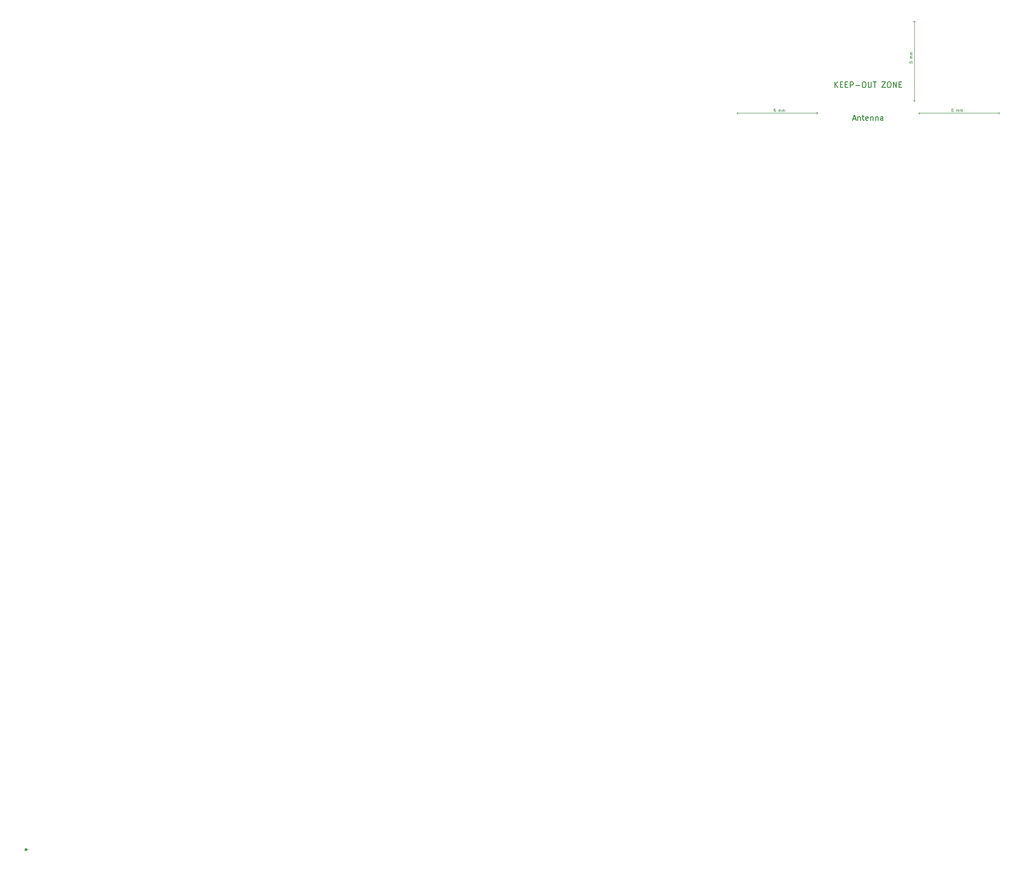
<source format=gbr>
%TF.GenerationSoftware,KiCad,Pcbnew,7.0.9*%
%TF.CreationDate,2024-01-05T23:33:25+01:00*%
%TF.ProjectId,ws2812-clock,77733238-3132-42d6-936c-6f636b2e6b69,rev?*%
%TF.SameCoordinates,Original*%
%TF.FileFunction,Other,Comment*%
%FSLAX46Y46*%
G04 Gerber Fmt 4.6, Leading zero omitted, Abs format (unit mm)*
G04 Created by KiCad (PCBNEW 7.0.9) date 2024-01-05 23:33:25*
%MOMM*%
%LPD*%
G01*
G04 APERTURE LIST*
%ADD10C,0.100000*%
%ADD11C,0.150000*%
%ADD12C,0.300000*%
G04 APERTURE END LIST*
D10*
X211261904Y-58351109D02*
X211023809Y-58351109D01*
X211023809Y-58351109D02*
X211000000Y-58589204D01*
X211000000Y-58589204D02*
X211023809Y-58565395D01*
X211023809Y-58565395D02*
X211071428Y-58541585D01*
X211071428Y-58541585D02*
X211190476Y-58541585D01*
X211190476Y-58541585D02*
X211238095Y-58565395D01*
X211238095Y-58565395D02*
X211261904Y-58589204D01*
X211261904Y-58589204D02*
X211285714Y-58636823D01*
X211285714Y-58636823D02*
X211285714Y-58755871D01*
X211285714Y-58755871D02*
X211261904Y-58803490D01*
X211261904Y-58803490D02*
X211238095Y-58827300D01*
X211238095Y-58827300D02*
X211190476Y-58851109D01*
X211190476Y-58851109D02*
X211071428Y-58851109D01*
X211071428Y-58851109D02*
X211023809Y-58827300D01*
X211023809Y-58827300D02*
X211000000Y-58803490D01*
X211880951Y-58851109D02*
X211880951Y-58517776D01*
X211880951Y-58565395D02*
X211904761Y-58541585D01*
X211904761Y-58541585D02*
X211952380Y-58517776D01*
X211952380Y-58517776D02*
X212023808Y-58517776D01*
X212023808Y-58517776D02*
X212071427Y-58541585D01*
X212071427Y-58541585D02*
X212095237Y-58589204D01*
X212095237Y-58589204D02*
X212095237Y-58851109D01*
X212095237Y-58589204D02*
X212119046Y-58541585D01*
X212119046Y-58541585D02*
X212166665Y-58517776D01*
X212166665Y-58517776D02*
X212238094Y-58517776D01*
X212238094Y-58517776D02*
X212285713Y-58541585D01*
X212285713Y-58541585D02*
X212309523Y-58589204D01*
X212309523Y-58589204D02*
X212309523Y-58851109D01*
X212547618Y-58851109D02*
X212547618Y-58517776D01*
X212547618Y-58565395D02*
X212571428Y-58541585D01*
X212571428Y-58541585D02*
X212619047Y-58517776D01*
X212619047Y-58517776D02*
X212690475Y-58517776D01*
X212690475Y-58517776D02*
X212738094Y-58541585D01*
X212738094Y-58541585D02*
X212761904Y-58589204D01*
X212761904Y-58589204D02*
X212761904Y-58851109D01*
X212761904Y-58589204D02*
X212785713Y-58541585D01*
X212785713Y-58541585D02*
X212833332Y-58517776D01*
X212833332Y-58517776D02*
X212904761Y-58517776D01*
X212904761Y-58517776D02*
X212952380Y-58541585D01*
X212952380Y-58541585D02*
X212976190Y-58589204D01*
X212976190Y-58589204D02*
X212976190Y-58851109D01*
X203326109Y-49738095D02*
X203326109Y-49976190D01*
X203326109Y-49976190D02*
X203564204Y-49999999D01*
X203564204Y-49999999D02*
X203540395Y-49976190D01*
X203540395Y-49976190D02*
X203516585Y-49928571D01*
X203516585Y-49928571D02*
X203516585Y-49809523D01*
X203516585Y-49809523D02*
X203540395Y-49761904D01*
X203540395Y-49761904D02*
X203564204Y-49738095D01*
X203564204Y-49738095D02*
X203611823Y-49714285D01*
X203611823Y-49714285D02*
X203730871Y-49714285D01*
X203730871Y-49714285D02*
X203778490Y-49738095D01*
X203778490Y-49738095D02*
X203802300Y-49761904D01*
X203802300Y-49761904D02*
X203826109Y-49809523D01*
X203826109Y-49809523D02*
X203826109Y-49928571D01*
X203826109Y-49928571D02*
X203802300Y-49976190D01*
X203802300Y-49976190D02*
X203778490Y-49999999D01*
X203826109Y-49119048D02*
X203492776Y-49119048D01*
X203540395Y-49119048D02*
X203516585Y-49095238D01*
X203516585Y-49095238D02*
X203492776Y-49047619D01*
X203492776Y-49047619D02*
X203492776Y-48976191D01*
X203492776Y-48976191D02*
X203516585Y-48928572D01*
X203516585Y-48928572D02*
X203564204Y-48904762D01*
X203564204Y-48904762D02*
X203826109Y-48904762D01*
X203564204Y-48904762D02*
X203516585Y-48880953D01*
X203516585Y-48880953D02*
X203492776Y-48833334D01*
X203492776Y-48833334D02*
X203492776Y-48761905D01*
X203492776Y-48761905D02*
X203516585Y-48714286D01*
X203516585Y-48714286D02*
X203564204Y-48690476D01*
X203564204Y-48690476D02*
X203826109Y-48690476D01*
X203826109Y-48452381D02*
X203492776Y-48452381D01*
X203540395Y-48452381D02*
X203516585Y-48428571D01*
X203516585Y-48428571D02*
X203492776Y-48380952D01*
X203492776Y-48380952D02*
X203492776Y-48309524D01*
X203492776Y-48309524D02*
X203516585Y-48261905D01*
X203516585Y-48261905D02*
X203564204Y-48238095D01*
X203564204Y-48238095D02*
X203826109Y-48238095D01*
X203564204Y-48238095D02*
X203516585Y-48214286D01*
X203516585Y-48214286D02*
X203492776Y-48166667D01*
X203492776Y-48166667D02*
X203492776Y-48095238D01*
X203492776Y-48095238D02*
X203516585Y-48047619D01*
X203516585Y-48047619D02*
X203564204Y-48023809D01*
X203564204Y-48023809D02*
X203826109Y-48023809D01*
D11*
X189728571Y-54454819D02*
X189728571Y-53454819D01*
X190299999Y-54454819D02*
X189871428Y-53883390D01*
X190299999Y-53454819D02*
X189728571Y-54026247D01*
X190728571Y-53931009D02*
X191061904Y-53931009D01*
X191204761Y-54454819D02*
X190728571Y-54454819D01*
X190728571Y-54454819D02*
X190728571Y-53454819D01*
X190728571Y-53454819D02*
X191204761Y-53454819D01*
X191633333Y-53931009D02*
X191966666Y-53931009D01*
X192109523Y-54454819D02*
X191633333Y-54454819D01*
X191633333Y-54454819D02*
X191633333Y-53454819D01*
X191633333Y-53454819D02*
X192109523Y-53454819D01*
X192538095Y-54454819D02*
X192538095Y-53454819D01*
X192538095Y-53454819D02*
X192919047Y-53454819D01*
X192919047Y-53454819D02*
X193014285Y-53502438D01*
X193014285Y-53502438D02*
X193061904Y-53550057D01*
X193061904Y-53550057D02*
X193109523Y-53645295D01*
X193109523Y-53645295D02*
X193109523Y-53788152D01*
X193109523Y-53788152D02*
X193061904Y-53883390D01*
X193061904Y-53883390D02*
X193014285Y-53931009D01*
X193014285Y-53931009D02*
X192919047Y-53978628D01*
X192919047Y-53978628D02*
X192538095Y-53978628D01*
X193538095Y-54073866D02*
X194300000Y-54073866D01*
X194966666Y-53454819D02*
X195157142Y-53454819D01*
X195157142Y-53454819D02*
X195252380Y-53502438D01*
X195252380Y-53502438D02*
X195347618Y-53597676D01*
X195347618Y-53597676D02*
X195395237Y-53788152D01*
X195395237Y-53788152D02*
X195395237Y-54121485D01*
X195395237Y-54121485D02*
X195347618Y-54311961D01*
X195347618Y-54311961D02*
X195252380Y-54407200D01*
X195252380Y-54407200D02*
X195157142Y-54454819D01*
X195157142Y-54454819D02*
X194966666Y-54454819D01*
X194966666Y-54454819D02*
X194871428Y-54407200D01*
X194871428Y-54407200D02*
X194776190Y-54311961D01*
X194776190Y-54311961D02*
X194728571Y-54121485D01*
X194728571Y-54121485D02*
X194728571Y-53788152D01*
X194728571Y-53788152D02*
X194776190Y-53597676D01*
X194776190Y-53597676D02*
X194871428Y-53502438D01*
X194871428Y-53502438D02*
X194966666Y-53454819D01*
X195823809Y-53454819D02*
X195823809Y-54264342D01*
X195823809Y-54264342D02*
X195871428Y-54359580D01*
X195871428Y-54359580D02*
X195919047Y-54407200D01*
X195919047Y-54407200D02*
X196014285Y-54454819D01*
X196014285Y-54454819D02*
X196204761Y-54454819D01*
X196204761Y-54454819D02*
X196299999Y-54407200D01*
X196299999Y-54407200D02*
X196347618Y-54359580D01*
X196347618Y-54359580D02*
X196395237Y-54264342D01*
X196395237Y-54264342D02*
X196395237Y-53454819D01*
X196728571Y-53454819D02*
X197299999Y-53454819D01*
X197014285Y-54454819D02*
X197014285Y-53454819D01*
X198300000Y-53454819D02*
X198966666Y-53454819D01*
X198966666Y-53454819D02*
X198300000Y-54454819D01*
X198300000Y-54454819D02*
X198966666Y-54454819D01*
X199538095Y-53454819D02*
X199728571Y-53454819D01*
X199728571Y-53454819D02*
X199823809Y-53502438D01*
X199823809Y-53502438D02*
X199919047Y-53597676D01*
X199919047Y-53597676D02*
X199966666Y-53788152D01*
X199966666Y-53788152D02*
X199966666Y-54121485D01*
X199966666Y-54121485D02*
X199919047Y-54311961D01*
X199919047Y-54311961D02*
X199823809Y-54407200D01*
X199823809Y-54407200D02*
X199728571Y-54454819D01*
X199728571Y-54454819D02*
X199538095Y-54454819D01*
X199538095Y-54454819D02*
X199442857Y-54407200D01*
X199442857Y-54407200D02*
X199347619Y-54311961D01*
X199347619Y-54311961D02*
X199300000Y-54121485D01*
X199300000Y-54121485D02*
X199300000Y-53788152D01*
X199300000Y-53788152D02*
X199347619Y-53597676D01*
X199347619Y-53597676D02*
X199442857Y-53502438D01*
X199442857Y-53502438D02*
X199538095Y-53454819D01*
X200395238Y-54454819D02*
X200395238Y-53454819D01*
X200395238Y-53454819D02*
X200966666Y-54454819D01*
X200966666Y-54454819D02*
X200966666Y-53454819D01*
X201442857Y-53931009D02*
X201776190Y-53931009D01*
X201919047Y-54454819D02*
X201442857Y-54454819D01*
X201442857Y-54454819D02*
X201442857Y-53454819D01*
X201442857Y-53454819D02*
X201919047Y-53454819D01*
X193038095Y-60169104D02*
X193514285Y-60169104D01*
X192942857Y-60454819D02*
X193276190Y-59454819D01*
X193276190Y-59454819D02*
X193609523Y-60454819D01*
X193942857Y-59788152D02*
X193942857Y-60454819D01*
X193942857Y-59883390D02*
X193990476Y-59835771D01*
X193990476Y-59835771D02*
X194085714Y-59788152D01*
X194085714Y-59788152D02*
X194228571Y-59788152D01*
X194228571Y-59788152D02*
X194323809Y-59835771D01*
X194323809Y-59835771D02*
X194371428Y-59931009D01*
X194371428Y-59931009D02*
X194371428Y-60454819D01*
X194704762Y-59788152D02*
X195085714Y-59788152D01*
X194847619Y-59454819D02*
X194847619Y-60311961D01*
X194847619Y-60311961D02*
X194895238Y-60407200D01*
X194895238Y-60407200D02*
X194990476Y-60454819D01*
X194990476Y-60454819D02*
X195085714Y-60454819D01*
X195800000Y-60407200D02*
X195704762Y-60454819D01*
X195704762Y-60454819D02*
X195514286Y-60454819D01*
X195514286Y-60454819D02*
X195419048Y-60407200D01*
X195419048Y-60407200D02*
X195371429Y-60311961D01*
X195371429Y-60311961D02*
X195371429Y-59931009D01*
X195371429Y-59931009D02*
X195419048Y-59835771D01*
X195419048Y-59835771D02*
X195514286Y-59788152D01*
X195514286Y-59788152D02*
X195704762Y-59788152D01*
X195704762Y-59788152D02*
X195800000Y-59835771D01*
X195800000Y-59835771D02*
X195847619Y-59931009D01*
X195847619Y-59931009D02*
X195847619Y-60026247D01*
X195847619Y-60026247D02*
X195371429Y-60121485D01*
X196276191Y-59788152D02*
X196276191Y-60454819D01*
X196276191Y-59883390D02*
X196323810Y-59835771D01*
X196323810Y-59835771D02*
X196419048Y-59788152D01*
X196419048Y-59788152D02*
X196561905Y-59788152D01*
X196561905Y-59788152D02*
X196657143Y-59835771D01*
X196657143Y-59835771D02*
X196704762Y-59931009D01*
X196704762Y-59931009D02*
X196704762Y-60454819D01*
X197180953Y-59788152D02*
X197180953Y-60454819D01*
X197180953Y-59883390D02*
X197228572Y-59835771D01*
X197228572Y-59835771D02*
X197323810Y-59788152D01*
X197323810Y-59788152D02*
X197466667Y-59788152D01*
X197466667Y-59788152D02*
X197561905Y-59835771D01*
X197561905Y-59835771D02*
X197609524Y-59931009D01*
X197609524Y-59931009D02*
X197609524Y-60454819D01*
X198514286Y-60454819D02*
X198514286Y-59931009D01*
X198514286Y-59931009D02*
X198466667Y-59835771D01*
X198466667Y-59835771D02*
X198371429Y-59788152D01*
X198371429Y-59788152D02*
X198180953Y-59788152D01*
X198180953Y-59788152D02*
X198085715Y-59835771D01*
X198514286Y-60407200D02*
X198419048Y-60454819D01*
X198419048Y-60454819D02*
X198180953Y-60454819D01*
X198180953Y-60454819D02*
X198085715Y-60407200D01*
X198085715Y-60407200D02*
X198038096Y-60311961D01*
X198038096Y-60311961D02*
X198038096Y-60216723D01*
X198038096Y-60216723D02*
X198085715Y-60121485D01*
X198085715Y-60121485D02*
X198180953Y-60073866D01*
X198180953Y-60073866D02*
X198419048Y-60073866D01*
X198419048Y-60073866D02*
X198514286Y-60026247D01*
D10*
X178861904Y-58351109D02*
X178623809Y-58351109D01*
X178623809Y-58351109D02*
X178600000Y-58589204D01*
X178600000Y-58589204D02*
X178623809Y-58565395D01*
X178623809Y-58565395D02*
X178671428Y-58541585D01*
X178671428Y-58541585D02*
X178790476Y-58541585D01*
X178790476Y-58541585D02*
X178838095Y-58565395D01*
X178838095Y-58565395D02*
X178861904Y-58589204D01*
X178861904Y-58589204D02*
X178885714Y-58636823D01*
X178885714Y-58636823D02*
X178885714Y-58755871D01*
X178885714Y-58755871D02*
X178861904Y-58803490D01*
X178861904Y-58803490D02*
X178838095Y-58827300D01*
X178838095Y-58827300D02*
X178790476Y-58851109D01*
X178790476Y-58851109D02*
X178671428Y-58851109D01*
X178671428Y-58851109D02*
X178623809Y-58827300D01*
X178623809Y-58827300D02*
X178600000Y-58803490D01*
X179480951Y-58851109D02*
X179480951Y-58517776D01*
X179480951Y-58565395D02*
X179504761Y-58541585D01*
X179504761Y-58541585D02*
X179552380Y-58517776D01*
X179552380Y-58517776D02*
X179623808Y-58517776D01*
X179623808Y-58517776D02*
X179671427Y-58541585D01*
X179671427Y-58541585D02*
X179695237Y-58589204D01*
X179695237Y-58589204D02*
X179695237Y-58851109D01*
X179695237Y-58589204D02*
X179719046Y-58541585D01*
X179719046Y-58541585D02*
X179766665Y-58517776D01*
X179766665Y-58517776D02*
X179838094Y-58517776D01*
X179838094Y-58517776D02*
X179885713Y-58541585D01*
X179885713Y-58541585D02*
X179909523Y-58589204D01*
X179909523Y-58589204D02*
X179909523Y-58851109D01*
X180147618Y-58851109D02*
X180147618Y-58517776D01*
X180147618Y-58565395D02*
X180171428Y-58541585D01*
X180171428Y-58541585D02*
X180219047Y-58517776D01*
X180219047Y-58517776D02*
X180290475Y-58517776D01*
X180290475Y-58517776D02*
X180338094Y-58541585D01*
X180338094Y-58541585D02*
X180361904Y-58589204D01*
X180361904Y-58589204D02*
X180361904Y-58851109D01*
X180361904Y-58589204D02*
X180385713Y-58541585D01*
X180385713Y-58541585D02*
X180433332Y-58517776D01*
X180433332Y-58517776D02*
X180504761Y-58517776D01*
X180504761Y-58517776D02*
X180552380Y-58541585D01*
X180552380Y-58541585D02*
X180576190Y-58589204D01*
X180576190Y-58589204D02*
X180576190Y-58851109D01*
%TO.C,U1*%
X219740000Y-59125000D02*
X219540000Y-58925000D01*
X205000000Y-59125000D02*
X205200000Y-58925000D01*
X204200000Y-57000000D02*
X204400000Y-56800000D01*
X186600000Y-59125000D02*
X186400000Y-58925000D01*
X186600000Y-59125000D02*
X186400000Y-59325000D01*
X205000000Y-59125000D02*
X219740000Y-59125000D01*
X219740000Y-59125000D02*
X219540000Y-59325000D01*
X171860000Y-59125000D02*
X172060000Y-58925000D01*
X204200000Y-42320000D02*
X204000000Y-42520000D01*
X171860000Y-59125000D02*
X172060000Y-59325000D01*
X204200000Y-57000000D02*
X204200000Y-42320000D01*
X205000000Y-59125000D02*
X205200000Y-59325000D01*
X171860000Y-59125000D02*
X186600000Y-59125000D01*
X204200000Y-57000000D02*
X204000000Y-56800000D01*
X204200000Y-42320000D02*
X204400000Y-42520000D01*
D12*
%TO.C,Q5*%
X42500000Y-193360000D02*
G75*
G03*
X42500000Y-193360000I-150000J0D01*
G01*
%TD*%
M02*

</source>
